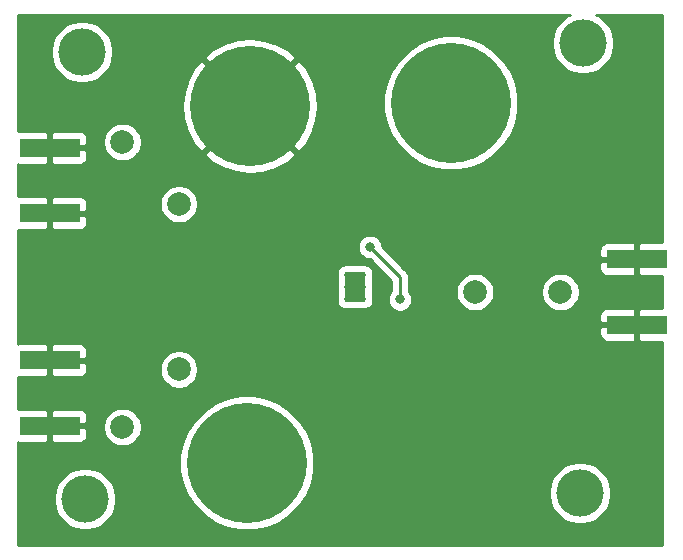
<source format=gbr>
%TF.GenerationSoftware,KiCad,Pcbnew,(5.1.6-0-10_14)*%
%TF.CreationDate,2020-10-22T07:10:05-07:00*%
%TF.ProjectId,tia_dev_board,7469615f-6465-4765-9f62-6f6172642e6b,rev?*%
%TF.SameCoordinates,Original*%
%TF.FileFunction,Copper,L2,Bot*%
%TF.FilePolarity,Positive*%
%FSLAX46Y46*%
G04 Gerber Fmt 4.6, Leading zero omitted, Abs format (unit mm)*
G04 Created by KiCad (PCBNEW (5.1.6-0-10_14)) date 2020-10-22 07:10:05*
%MOMM*%
%LPD*%
G01*
G04 APERTURE LIST*
%TA.AperFunction,SMDPad,CuDef*%
%ADD10R,5.080000X1.600000*%
%TD*%
%TA.AperFunction,Conductor*%
%ADD11R,1.800000X2.500000*%
%TD*%
%TA.AperFunction,ViaPad*%
%ADD12C,0.500000*%
%TD*%
%TA.AperFunction,ComponentPad*%
%ADD13C,10.160000*%
%TD*%
%TA.AperFunction,ComponentPad*%
%ADD14C,2.000000*%
%TD*%
%TA.AperFunction,ComponentPad*%
%ADD15C,4.000000*%
%TD*%
%TA.AperFunction,ViaPad*%
%ADD16C,0.800000*%
%TD*%
%TA.AperFunction,Conductor*%
%ADD17C,0.250000*%
%TD*%
%TA.AperFunction,Conductor*%
%ADD18C,0.254000*%
%TD*%
G04 APERTURE END LIST*
D10*
%TO.P,J3,2*%
%TO.N,GND*%
X192786000Y-88670000D03*
X192786000Y-94210000D03*
%TD*%
%TO.P,J1,2*%
%TO.N,GND*%
X143060000Y-102770000D03*
X143060000Y-97230000D03*
%TD*%
%TO.P,J2,2*%
%TO.N,GND*%
X143060000Y-84770000D03*
X143060000Y-79230000D03*
%TD*%
D11*
%TO.N,N/C*%
%TO.C,U4*%
X168910000Y-91000000D03*
D12*
X169560000Y-92000000D03*
X168260000Y-92000000D03*
X169560000Y-91000000D03*
X168260000Y-91000000D03*
X169560000Y-90000000D03*
X168260000Y-90000000D03*
%TD*%
D13*
%TO.P,U3,1*%
%TO.N,/V-*%
X159766000Y-105918000D03*
%TD*%
%TO.P,U2,1*%
%TO.N,GND*%
X160020000Y-75692000D03*
%TD*%
%TO.P,U1,1*%
%TO.N,/V+*%
X177038000Y-75438000D03*
%TD*%
D14*
%TO.P,TP6,1*%
%TO.N,/VOUT*%
X186309000Y-91440000D03*
%TD*%
%TO.P,TP5,1*%
%TO.N,/VOUTi*%
X179070000Y-91440000D03*
%TD*%
%TO.P,TP4,1*%
%TO.N,/VINNi*%
X154000000Y-84000000D03*
%TD*%
%TO.P,TP3,1*%
%TO.N,/VINPi*%
X154000000Y-98000000D03*
%TD*%
%TO.P,TP2,1*%
%TO.N,/VINN*%
X149225000Y-78740000D03*
%TD*%
%TO.P,TP1,1*%
%TO.N,/VINP*%
X149225000Y-102870000D03*
%TD*%
D15*
%TO.P,H4,1*%
%TO.N,N/C*%
X187960000Y-108458000D03*
%TD*%
%TO.P,H3,1*%
%TO.N,N/C*%
X145796000Y-71120000D03*
%TD*%
%TO.P,H2,1*%
%TO.N,N/C*%
X188214000Y-70358000D03*
%TD*%
%TO.P,H1,1*%
%TO.N,N/C*%
X146050000Y-108966000D03*
%TD*%
D16*
%TO.N,GND*%
X146558000Y-79248000D03*
X146558000Y-84963000D03*
X146558000Y-97155000D03*
X146558000Y-102870000D03*
X189103000Y-88646000D03*
X189230000Y-94234000D03*
X174879000Y-102489000D03*
X179070000Y-102743000D03*
X168783000Y-101600000D03*
X168783000Y-96901000D03*
X168783000Y-94869000D03*
X179324000Y-86614000D03*
X175895000Y-86741000D03*
X173990000Y-86741000D03*
X162687000Y-91059000D03*
%TO.N,/VOUTi*%
X170180000Y-87630000D03*
X172720000Y-92075000D03*
%TD*%
D17*
%TO.N,GND*%
X143078000Y-79248000D02*
X143060000Y-79230000D01*
X146558000Y-79248000D02*
X143078000Y-79248000D01*
X146365000Y-84770000D02*
X146558000Y-84963000D01*
X143060000Y-84770000D02*
X146365000Y-84770000D01*
X143135000Y-97155000D02*
X143060000Y-97230000D01*
X146558000Y-97155000D02*
X143135000Y-97155000D01*
X146458000Y-102770000D02*
X146558000Y-102870000D01*
X143060000Y-102770000D02*
X146458000Y-102770000D01*
X192762000Y-88646000D02*
X192786000Y-88670000D01*
X189103000Y-88646000D02*
X192762000Y-88646000D01*
X189254000Y-94210000D02*
X189230000Y-94234000D01*
X192786000Y-94210000D02*
X189254000Y-94210000D01*
%TO.N,/VOUTi*%
X172720000Y-90170000D02*
X172720000Y-92075000D01*
X170180000Y-87630000D02*
X172720000Y-90170000D01*
%TD*%
D18*
%TO.N,GND*%
G36*
X186965859Y-68022893D02*
G01*
X186534285Y-68311262D01*
X186167262Y-68678285D01*
X185878893Y-69109859D01*
X185680261Y-69589399D01*
X185579000Y-70098475D01*
X185579000Y-70617525D01*
X185680261Y-71126601D01*
X185878893Y-71606141D01*
X186167262Y-72037715D01*
X186534285Y-72404738D01*
X186965859Y-72693107D01*
X187445399Y-72891739D01*
X187954475Y-72993000D01*
X188473525Y-72993000D01*
X188982601Y-72891739D01*
X189462141Y-72693107D01*
X189893715Y-72404738D01*
X190260738Y-72037715D01*
X190549107Y-71606141D01*
X190747739Y-71126601D01*
X190849000Y-70617525D01*
X190849000Y-70098475D01*
X190747739Y-69589399D01*
X190549107Y-69109859D01*
X190260738Y-68678285D01*
X189893715Y-68311262D01*
X189462141Y-68022893D01*
X189334446Y-67970000D01*
X194920000Y-67970000D01*
X194920000Y-87232481D01*
X193071750Y-87235000D01*
X192913000Y-87393750D01*
X192913000Y-88543000D01*
X192933000Y-88543000D01*
X192933000Y-88797000D01*
X192913000Y-88797000D01*
X192913000Y-89946250D01*
X193071750Y-90105000D01*
X194920000Y-90107519D01*
X194920001Y-92772481D01*
X193071750Y-92775000D01*
X192913000Y-92933750D01*
X192913000Y-94083000D01*
X192933000Y-94083000D01*
X192933000Y-94337000D01*
X192913000Y-94337000D01*
X192913000Y-95486250D01*
X193071750Y-95645000D01*
X194920001Y-95647519D01*
X194920001Y-112878000D01*
X140360000Y-112878000D01*
X140360000Y-108706475D01*
X143415000Y-108706475D01*
X143415000Y-109225525D01*
X143516261Y-109734601D01*
X143714893Y-110214141D01*
X144003262Y-110645715D01*
X144370285Y-111012738D01*
X144801859Y-111301107D01*
X145281399Y-111499739D01*
X145790475Y-111601000D01*
X146309525Y-111601000D01*
X146818601Y-111499739D01*
X147298141Y-111301107D01*
X147729715Y-111012738D01*
X148096738Y-110645715D01*
X148385107Y-110214141D01*
X148583739Y-109734601D01*
X148685000Y-109225525D01*
X148685000Y-108706475D01*
X148583739Y-108197399D01*
X148385107Y-107717859D01*
X148096738Y-107286285D01*
X147729715Y-106919262D01*
X147298141Y-106630893D01*
X146818601Y-106432261D01*
X146309525Y-106331000D01*
X145790475Y-106331000D01*
X145281399Y-106432261D01*
X144801859Y-106630893D01*
X144370285Y-106919262D01*
X144003262Y-107286285D01*
X143714893Y-107717859D01*
X143516261Y-108197399D01*
X143415000Y-108706475D01*
X140360000Y-108706475D01*
X140360000Y-105355122D01*
X154051000Y-105355122D01*
X154051000Y-106480878D01*
X154270625Y-107585004D01*
X154701433Y-108625067D01*
X155326870Y-109561100D01*
X156122900Y-110357130D01*
X157058933Y-110982567D01*
X158098996Y-111413375D01*
X159203122Y-111633000D01*
X160328878Y-111633000D01*
X161433004Y-111413375D01*
X162473067Y-110982567D01*
X163409100Y-110357130D01*
X164205130Y-109561100D01*
X164830567Y-108625067D01*
X165007267Y-108198475D01*
X185325000Y-108198475D01*
X185325000Y-108717525D01*
X185426261Y-109226601D01*
X185624893Y-109706141D01*
X185913262Y-110137715D01*
X186280285Y-110504738D01*
X186711859Y-110793107D01*
X187191399Y-110991739D01*
X187700475Y-111093000D01*
X188219525Y-111093000D01*
X188728601Y-110991739D01*
X189208141Y-110793107D01*
X189639715Y-110504738D01*
X190006738Y-110137715D01*
X190295107Y-109706141D01*
X190493739Y-109226601D01*
X190595000Y-108717525D01*
X190595000Y-108198475D01*
X190493739Y-107689399D01*
X190295107Y-107209859D01*
X190006738Y-106778285D01*
X189639715Y-106411262D01*
X189208141Y-106122893D01*
X188728601Y-105924261D01*
X188219525Y-105823000D01*
X187700475Y-105823000D01*
X187191399Y-105924261D01*
X186711859Y-106122893D01*
X186280285Y-106411262D01*
X185913262Y-106778285D01*
X185624893Y-107209859D01*
X185426261Y-107689399D01*
X185325000Y-108198475D01*
X165007267Y-108198475D01*
X165261375Y-107585004D01*
X165481000Y-106480878D01*
X165481000Y-105355122D01*
X165261375Y-104250996D01*
X164830567Y-103210933D01*
X164205130Y-102274900D01*
X163409100Y-101478870D01*
X162473067Y-100853433D01*
X161433004Y-100422625D01*
X160328878Y-100203000D01*
X159203122Y-100203000D01*
X158098996Y-100422625D01*
X157058933Y-100853433D01*
X156122900Y-101478870D01*
X155326870Y-102274900D01*
X154701433Y-103210933D01*
X154270625Y-104250996D01*
X154051000Y-105355122D01*
X140360000Y-105355122D01*
X140360000Y-104185038D01*
X140395518Y-104195812D01*
X140520000Y-104208072D01*
X142774250Y-104205000D01*
X142933000Y-104046250D01*
X142933000Y-102897000D01*
X143187000Y-102897000D01*
X143187000Y-104046250D01*
X143345750Y-104205000D01*
X145600000Y-104208072D01*
X145724482Y-104195812D01*
X145844180Y-104159502D01*
X145954494Y-104100537D01*
X146051185Y-104021185D01*
X146130537Y-103924494D01*
X146189502Y-103814180D01*
X146225812Y-103694482D01*
X146238072Y-103570000D01*
X146235000Y-103055750D01*
X146076250Y-102897000D01*
X143187000Y-102897000D01*
X142933000Y-102897000D01*
X142913000Y-102897000D01*
X142913000Y-102708967D01*
X147590000Y-102708967D01*
X147590000Y-103031033D01*
X147652832Y-103346912D01*
X147776082Y-103644463D01*
X147955013Y-103912252D01*
X148182748Y-104139987D01*
X148450537Y-104318918D01*
X148748088Y-104442168D01*
X149063967Y-104505000D01*
X149386033Y-104505000D01*
X149701912Y-104442168D01*
X149999463Y-104318918D01*
X150267252Y-104139987D01*
X150494987Y-103912252D01*
X150673918Y-103644463D01*
X150797168Y-103346912D01*
X150860000Y-103031033D01*
X150860000Y-102708967D01*
X150797168Y-102393088D01*
X150673918Y-102095537D01*
X150494987Y-101827748D01*
X150267252Y-101600013D01*
X149999463Y-101421082D01*
X149701912Y-101297832D01*
X149386033Y-101235000D01*
X149063967Y-101235000D01*
X148748088Y-101297832D01*
X148450537Y-101421082D01*
X148182748Y-101600013D01*
X147955013Y-101827748D01*
X147776082Y-102095537D01*
X147652832Y-102393088D01*
X147590000Y-102708967D01*
X142913000Y-102708967D01*
X142913000Y-102643000D01*
X142933000Y-102643000D01*
X142933000Y-101493750D01*
X143187000Y-101493750D01*
X143187000Y-102643000D01*
X146076250Y-102643000D01*
X146235000Y-102484250D01*
X146238072Y-101970000D01*
X146225812Y-101845518D01*
X146189502Y-101725820D01*
X146130537Y-101615506D01*
X146051185Y-101518815D01*
X145954494Y-101439463D01*
X145844180Y-101380498D01*
X145724482Y-101344188D01*
X145600000Y-101331928D01*
X143345750Y-101335000D01*
X143187000Y-101493750D01*
X142933000Y-101493750D01*
X142774250Y-101335000D01*
X140520000Y-101331928D01*
X140395518Y-101344188D01*
X140360000Y-101354962D01*
X140360000Y-98645038D01*
X140395518Y-98655812D01*
X140520000Y-98668072D01*
X142774250Y-98665000D01*
X142933000Y-98506250D01*
X142933000Y-97357000D01*
X143187000Y-97357000D01*
X143187000Y-98506250D01*
X143345750Y-98665000D01*
X145600000Y-98668072D01*
X145724482Y-98655812D01*
X145844180Y-98619502D01*
X145954494Y-98560537D01*
X146051185Y-98481185D01*
X146130537Y-98384494D01*
X146189502Y-98274180D01*
X146225812Y-98154482D01*
X146238072Y-98030000D01*
X146236931Y-97838967D01*
X152365000Y-97838967D01*
X152365000Y-98161033D01*
X152427832Y-98476912D01*
X152551082Y-98774463D01*
X152730013Y-99042252D01*
X152957748Y-99269987D01*
X153225537Y-99448918D01*
X153523088Y-99572168D01*
X153838967Y-99635000D01*
X154161033Y-99635000D01*
X154476912Y-99572168D01*
X154774463Y-99448918D01*
X155042252Y-99269987D01*
X155269987Y-99042252D01*
X155448918Y-98774463D01*
X155572168Y-98476912D01*
X155635000Y-98161033D01*
X155635000Y-97838967D01*
X155572168Y-97523088D01*
X155448918Y-97225537D01*
X155269987Y-96957748D01*
X155042252Y-96730013D01*
X154774463Y-96551082D01*
X154476912Y-96427832D01*
X154161033Y-96365000D01*
X153838967Y-96365000D01*
X153523088Y-96427832D01*
X153225537Y-96551082D01*
X152957748Y-96730013D01*
X152730013Y-96957748D01*
X152551082Y-97225537D01*
X152427832Y-97523088D01*
X152365000Y-97838967D01*
X146236931Y-97838967D01*
X146235000Y-97515750D01*
X146076250Y-97357000D01*
X143187000Y-97357000D01*
X142933000Y-97357000D01*
X142913000Y-97357000D01*
X142913000Y-97103000D01*
X142933000Y-97103000D01*
X142933000Y-95953750D01*
X143187000Y-95953750D01*
X143187000Y-97103000D01*
X146076250Y-97103000D01*
X146235000Y-96944250D01*
X146238072Y-96430000D01*
X146225812Y-96305518D01*
X146189502Y-96185820D01*
X146130537Y-96075506D01*
X146051185Y-95978815D01*
X145954494Y-95899463D01*
X145844180Y-95840498D01*
X145724482Y-95804188D01*
X145600000Y-95791928D01*
X143345750Y-95795000D01*
X143187000Y-95953750D01*
X142933000Y-95953750D01*
X142774250Y-95795000D01*
X140520000Y-95791928D01*
X140395518Y-95804188D01*
X140360000Y-95814962D01*
X140360000Y-95010000D01*
X189607928Y-95010000D01*
X189620188Y-95134482D01*
X189656498Y-95254180D01*
X189715463Y-95364494D01*
X189794815Y-95461185D01*
X189891506Y-95540537D01*
X190001820Y-95599502D01*
X190121518Y-95635812D01*
X190246000Y-95648072D01*
X192500250Y-95645000D01*
X192659000Y-95486250D01*
X192659000Y-94337000D01*
X189769750Y-94337000D01*
X189611000Y-94495750D01*
X189607928Y-95010000D01*
X140360000Y-95010000D01*
X140360000Y-93410000D01*
X189607928Y-93410000D01*
X189611000Y-93924250D01*
X189769750Y-94083000D01*
X192659000Y-94083000D01*
X192659000Y-92933750D01*
X192500250Y-92775000D01*
X190246000Y-92771928D01*
X190121518Y-92784188D01*
X190001820Y-92820498D01*
X189891506Y-92879463D01*
X189794815Y-92958815D01*
X189715463Y-93055506D01*
X189656498Y-93165820D01*
X189620188Y-93285518D01*
X189607928Y-93410000D01*
X140360000Y-93410000D01*
X140360000Y-89750000D01*
X167371928Y-89750000D01*
X167371928Y-92250000D01*
X167384188Y-92374482D01*
X167420498Y-92494180D01*
X167479463Y-92604494D01*
X167558815Y-92701185D01*
X167655506Y-92780537D01*
X167765820Y-92839502D01*
X167885518Y-92875812D01*
X168010000Y-92888072D01*
X169810000Y-92888072D01*
X169934482Y-92875812D01*
X170054180Y-92839502D01*
X170164494Y-92780537D01*
X170261185Y-92701185D01*
X170340537Y-92604494D01*
X170399502Y-92494180D01*
X170435812Y-92374482D01*
X170448072Y-92250000D01*
X170448072Y-89750000D01*
X170435812Y-89625518D01*
X170399502Y-89505820D01*
X170340537Y-89395506D01*
X170261185Y-89298815D01*
X170164494Y-89219463D01*
X170054180Y-89160498D01*
X169934482Y-89124188D01*
X169810000Y-89111928D01*
X168010000Y-89111928D01*
X167885518Y-89124188D01*
X167765820Y-89160498D01*
X167655506Y-89219463D01*
X167558815Y-89298815D01*
X167479463Y-89395506D01*
X167420498Y-89505820D01*
X167384188Y-89625518D01*
X167371928Y-89750000D01*
X140360000Y-89750000D01*
X140360000Y-87528061D01*
X169145000Y-87528061D01*
X169145000Y-87731939D01*
X169184774Y-87931898D01*
X169262795Y-88120256D01*
X169376063Y-88289774D01*
X169520226Y-88433937D01*
X169689744Y-88547205D01*
X169878102Y-88625226D01*
X170078061Y-88665000D01*
X170140199Y-88665000D01*
X171960000Y-90484803D01*
X171960001Y-91371288D01*
X171916063Y-91415226D01*
X171802795Y-91584744D01*
X171724774Y-91773102D01*
X171685000Y-91973061D01*
X171685000Y-92176939D01*
X171724774Y-92376898D01*
X171802795Y-92565256D01*
X171916063Y-92734774D01*
X172060226Y-92878937D01*
X172229744Y-92992205D01*
X172418102Y-93070226D01*
X172618061Y-93110000D01*
X172821939Y-93110000D01*
X173021898Y-93070226D01*
X173210256Y-92992205D01*
X173379774Y-92878937D01*
X173523937Y-92734774D01*
X173637205Y-92565256D01*
X173715226Y-92376898D01*
X173755000Y-92176939D01*
X173755000Y-91973061D01*
X173715226Y-91773102D01*
X173637205Y-91584744D01*
X173523937Y-91415226D01*
X173480000Y-91371289D01*
X173480000Y-91278967D01*
X177435000Y-91278967D01*
X177435000Y-91601033D01*
X177497832Y-91916912D01*
X177621082Y-92214463D01*
X177800013Y-92482252D01*
X178027748Y-92709987D01*
X178295537Y-92888918D01*
X178593088Y-93012168D01*
X178908967Y-93075000D01*
X179231033Y-93075000D01*
X179546912Y-93012168D01*
X179844463Y-92888918D01*
X180112252Y-92709987D01*
X180339987Y-92482252D01*
X180518918Y-92214463D01*
X180642168Y-91916912D01*
X180705000Y-91601033D01*
X180705000Y-91278967D01*
X184674000Y-91278967D01*
X184674000Y-91601033D01*
X184736832Y-91916912D01*
X184860082Y-92214463D01*
X185039013Y-92482252D01*
X185266748Y-92709987D01*
X185534537Y-92888918D01*
X185832088Y-93012168D01*
X186147967Y-93075000D01*
X186470033Y-93075000D01*
X186785912Y-93012168D01*
X187083463Y-92888918D01*
X187351252Y-92709987D01*
X187578987Y-92482252D01*
X187757918Y-92214463D01*
X187881168Y-91916912D01*
X187944000Y-91601033D01*
X187944000Y-91278967D01*
X187881168Y-90963088D01*
X187757918Y-90665537D01*
X187578987Y-90397748D01*
X187351252Y-90170013D01*
X187083463Y-89991082D01*
X186785912Y-89867832D01*
X186470033Y-89805000D01*
X186147967Y-89805000D01*
X185832088Y-89867832D01*
X185534537Y-89991082D01*
X185266748Y-90170013D01*
X185039013Y-90397748D01*
X184860082Y-90665537D01*
X184736832Y-90963088D01*
X184674000Y-91278967D01*
X180705000Y-91278967D01*
X180642168Y-90963088D01*
X180518918Y-90665537D01*
X180339987Y-90397748D01*
X180112252Y-90170013D01*
X179844463Y-89991082D01*
X179546912Y-89867832D01*
X179231033Y-89805000D01*
X178908967Y-89805000D01*
X178593088Y-89867832D01*
X178295537Y-89991082D01*
X178027748Y-90170013D01*
X177800013Y-90397748D01*
X177621082Y-90665537D01*
X177497832Y-90963088D01*
X177435000Y-91278967D01*
X173480000Y-91278967D01*
X173480000Y-90207322D01*
X173483676Y-90169999D01*
X173480000Y-90132676D01*
X173480000Y-90132667D01*
X173469003Y-90021014D01*
X173425546Y-89877753D01*
X173354974Y-89745724D01*
X173329087Y-89714180D01*
X173283799Y-89658996D01*
X173283795Y-89658992D01*
X173260001Y-89629999D01*
X173231009Y-89606206D01*
X173094803Y-89470000D01*
X189607928Y-89470000D01*
X189620188Y-89594482D01*
X189656498Y-89714180D01*
X189715463Y-89824494D01*
X189794815Y-89921185D01*
X189891506Y-90000537D01*
X190001820Y-90059502D01*
X190121518Y-90095812D01*
X190246000Y-90108072D01*
X192500250Y-90105000D01*
X192659000Y-89946250D01*
X192659000Y-88797000D01*
X189769750Y-88797000D01*
X189611000Y-88955750D01*
X189607928Y-89470000D01*
X173094803Y-89470000D01*
X171494802Y-87870000D01*
X189607928Y-87870000D01*
X189611000Y-88384250D01*
X189769750Y-88543000D01*
X192659000Y-88543000D01*
X192659000Y-87393750D01*
X192500250Y-87235000D01*
X190246000Y-87231928D01*
X190121518Y-87244188D01*
X190001820Y-87280498D01*
X189891506Y-87339463D01*
X189794815Y-87418815D01*
X189715463Y-87515506D01*
X189656498Y-87625820D01*
X189620188Y-87745518D01*
X189607928Y-87870000D01*
X171494802Y-87870000D01*
X171215000Y-87590199D01*
X171215000Y-87528061D01*
X171175226Y-87328102D01*
X171097205Y-87139744D01*
X170983937Y-86970226D01*
X170839774Y-86826063D01*
X170670256Y-86712795D01*
X170481898Y-86634774D01*
X170281939Y-86595000D01*
X170078061Y-86595000D01*
X169878102Y-86634774D01*
X169689744Y-86712795D01*
X169520226Y-86826063D01*
X169376063Y-86970226D01*
X169262795Y-87139744D01*
X169184774Y-87328102D01*
X169145000Y-87528061D01*
X140360000Y-87528061D01*
X140360000Y-86185038D01*
X140395518Y-86195812D01*
X140520000Y-86208072D01*
X142774250Y-86205000D01*
X142933000Y-86046250D01*
X142933000Y-84897000D01*
X143187000Y-84897000D01*
X143187000Y-86046250D01*
X143345750Y-86205000D01*
X145600000Y-86208072D01*
X145724482Y-86195812D01*
X145844180Y-86159502D01*
X145954494Y-86100537D01*
X146051185Y-86021185D01*
X146130537Y-85924494D01*
X146189502Y-85814180D01*
X146225812Y-85694482D01*
X146238072Y-85570000D01*
X146235000Y-85055750D01*
X146076250Y-84897000D01*
X143187000Y-84897000D01*
X142933000Y-84897000D01*
X142913000Y-84897000D01*
X142913000Y-84643000D01*
X142933000Y-84643000D01*
X142933000Y-83493750D01*
X143187000Y-83493750D01*
X143187000Y-84643000D01*
X146076250Y-84643000D01*
X146235000Y-84484250D01*
X146238072Y-83970000D01*
X146225812Y-83845518D01*
X146223825Y-83838967D01*
X152365000Y-83838967D01*
X152365000Y-84161033D01*
X152427832Y-84476912D01*
X152551082Y-84774463D01*
X152730013Y-85042252D01*
X152957748Y-85269987D01*
X153225537Y-85448918D01*
X153523088Y-85572168D01*
X153838967Y-85635000D01*
X154161033Y-85635000D01*
X154476912Y-85572168D01*
X154774463Y-85448918D01*
X155042252Y-85269987D01*
X155269987Y-85042252D01*
X155448918Y-84774463D01*
X155572168Y-84476912D01*
X155635000Y-84161033D01*
X155635000Y-83838967D01*
X155572168Y-83523088D01*
X155448918Y-83225537D01*
X155269987Y-82957748D01*
X155042252Y-82730013D01*
X154774463Y-82551082D01*
X154476912Y-82427832D01*
X154161033Y-82365000D01*
X153838967Y-82365000D01*
X153523088Y-82427832D01*
X153225537Y-82551082D01*
X152957748Y-82730013D01*
X152730013Y-82957748D01*
X152551082Y-83225537D01*
X152427832Y-83523088D01*
X152365000Y-83838967D01*
X146223825Y-83838967D01*
X146189502Y-83725820D01*
X146130537Y-83615506D01*
X146051185Y-83518815D01*
X145954494Y-83439463D01*
X145844180Y-83380498D01*
X145724482Y-83344188D01*
X145600000Y-83331928D01*
X143345750Y-83335000D01*
X143187000Y-83493750D01*
X142933000Y-83493750D01*
X142774250Y-83335000D01*
X140520000Y-83331928D01*
X140395518Y-83344188D01*
X140360000Y-83354962D01*
X140360000Y-80645038D01*
X140395518Y-80655812D01*
X140520000Y-80668072D01*
X142774250Y-80665000D01*
X142933000Y-80506250D01*
X142933000Y-79357000D01*
X143187000Y-79357000D01*
X143187000Y-80506250D01*
X143345750Y-80665000D01*
X145600000Y-80668072D01*
X145724482Y-80655812D01*
X145844180Y-80619502D01*
X145954494Y-80560537D01*
X146051185Y-80481185D01*
X146130537Y-80384494D01*
X146189502Y-80274180D01*
X146225812Y-80154482D01*
X146238072Y-80030000D01*
X146235000Y-79515750D01*
X146076250Y-79357000D01*
X143187000Y-79357000D01*
X142933000Y-79357000D01*
X142913000Y-79357000D01*
X142913000Y-79103000D01*
X142933000Y-79103000D01*
X142933000Y-77953750D01*
X143187000Y-77953750D01*
X143187000Y-79103000D01*
X146076250Y-79103000D01*
X146235000Y-78944250D01*
X146237182Y-78578967D01*
X147590000Y-78578967D01*
X147590000Y-78901033D01*
X147652832Y-79216912D01*
X147776082Y-79514463D01*
X147955013Y-79782252D01*
X148182748Y-80009987D01*
X148450537Y-80188918D01*
X148748088Y-80312168D01*
X149063967Y-80375000D01*
X149386033Y-80375000D01*
X149701912Y-80312168D01*
X149999463Y-80188918D01*
X150267252Y-80009987D01*
X150494987Y-79782252D01*
X150530437Y-79729196D01*
X156162409Y-79729196D01*
X156748124Y-80411416D01*
X157731704Y-80959045D01*
X158803223Y-81304265D01*
X159921501Y-81433808D01*
X161043565Y-81342697D01*
X162126294Y-81034433D01*
X163128079Y-80520863D01*
X163291876Y-80411416D01*
X163877591Y-79729196D01*
X160020000Y-75871605D01*
X156162409Y-79729196D01*
X150530437Y-79729196D01*
X150673918Y-79514463D01*
X150797168Y-79216912D01*
X150860000Y-78901033D01*
X150860000Y-78578967D01*
X150797168Y-78263088D01*
X150673918Y-77965537D01*
X150494987Y-77697748D01*
X150267252Y-77470013D01*
X149999463Y-77291082D01*
X149701912Y-77167832D01*
X149386033Y-77105000D01*
X149063967Y-77105000D01*
X148748088Y-77167832D01*
X148450537Y-77291082D01*
X148182748Y-77470013D01*
X147955013Y-77697748D01*
X147776082Y-77965537D01*
X147652832Y-78263088D01*
X147590000Y-78578967D01*
X146237182Y-78578967D01*
X146238072Y-78430000D01*
X146225812Y-78305518D01*
X146189502Y-78185820D01*
X146130537Y-78075506D01*
X146051185Y-77978815D01*
X145954494Y-77899463D01*
X145844180Y-77840498D01*
X145724482Y-77804188D01*
X145600000Y-77791928D01*
X143345750Y-77795000D01*
X143187000Y-77953750D01*
X142933000Y-77953750D01*
X142774250Y-77795000D01*
X140520000Y-77791928D01*
X140395518Y-77804188D01*
X140360000Y-77814962D01*
X140360000Y-75593501D01*
X154278192Y-75593501D01*
X154369303Y-76715565D01*
X154677567Y-77798294D01*
X155191137Y-78800079D01*
X155300584Y-78963876D01*
X155982804Y-79549591D01*
X159840395Y-75692000D01*
X160199605Y-75692000D01*
X164057196Y-79549591D01*
X164739416Y-78963876D01*
X165287045Y-77980296D01*
X165632265Y-76908777D01*
X165761808Y-75790499D01*
X165687480Y-74875122D01*
X171323000Y-74875122D01*
X171323000Y-76000878D01*
X171542625Y-77105004D01*
X171973433Y-78145067D01*
X172598870Y-79081100D01*
X173394900Y-79877130D01*
X174330933Y-80502567D01*
X175370996Y-80933375D01*
X176475122Y-81153000D01*
X177600878Y-81153000D01*
X178705004Y-80933375D01*
X179745067Y-80502567D01*
X180681100Y-79877130D01*
X181477130Y-79081100D01*
X182102567Y-78145067D01*
X182533375Y-77105004D01*
X182753000Y-76000878D01*
X182753000Y-74875122D01*
X182533375Y-73770996D01*
X182102567Y-72730933D01*
X181477130Y-71794900D01*
X180681100Y-70998870D01*
X179745067Y-70373433D01*
X178705004Y-69942625D01*
X177600878Y-69723000D01*
X176475122Y-69723000D01*
X175370996Y-69942625D01*
X174330933Y-70373433D01*
X173394900Y-70998870D01*
X172598870Y-71794900D01*
X171973433Y-72730933D01*
X171542625Y-73770996D01*
X171323000Y-74875122D01*
X165687480Y-74875122D01*
X165670697Y-74668435D01*
X165362433Y-73585706D01*
X164848863Y-72583921D01*
X164739416Y-72420124D01*
X164057196Y-71834409D01*
X160199605Y-75692000D01*
X159840395Y-75692000D01*
X155982804Y-71834409D01*
X155300584Y-72420124D01*
X154752955Y-73403704D01*
X154407735Y-74475223D01*
X154278192Y-75593501D01*
X140360000Y-75593501D01*
X140360000Y-70860475D01*
X143161000Y-70860475D01*
X143161000Y-71379525D01*
X143262261Y-71888601D01*
X143460893Y-72368141D01*
X143749262Y-72799715D01*
X144116285Y-73166738D01*
X144547859Y-73455107D01*
X145027399Y-73653739D01*
X145536475Y-73755000D01*
X146055525Y-73755000D01*
X146564601Y-73653739D01*
X147044141Y-73455107D01*
X147475715Y-73166738D01*
X147842738Y-72799715D01*
X148131107Y-72368141D01*
X148329739Y-71888601D01*
X148376243Y-71654804D01*
X156162409Y-71654804D01*
X160020000Y-75512395D01*
X163877591Y-71654804D01*
X163291876Y-70972584D01*
X162308296Y-70424955D01*
X161236777Y-70079735D01*
X160118499Y-69950192D01*
X158996435Y-70041303D01*
X157913706Y-70349567D01*
X156911921Y-70863137D01*
X156748124Y-70972584D01*
X156162409Y-71654804D01*
X148376243Y-71654804D01*
X148431000Y-71379525D01*
X148431000Y-70860475D01*
X148329739Y-70351399D01*
X148131107Y-69871859D01*
X147842738Y-69440285D01*
X147475715Y-69073262D01*
X147044141Y-68784893D01*
X146564601Y-68586261D01*
X146055525Y-68485000D01*
X145536475Y-68485000D01*
X145027399Y-68586261D01*
X144547859Y-68784893D01*
X144116285Y-69073262D01*
X143749262Y-69440285D01*
X143460893Y-69871859D01*
X143262261Y-70351399D01*
X143161000Y-70860475D01*
X140360000Y-70860475D01*
X140360000Y-67970000D01*
X187093554Y-67970000D01*
X186965859Y-68022893D01*
G37*
X186965859Y-68022893D02*
X186534285Y-68311262D01*
X186167262Y-68678285D01*
X185878893Y-69109859D01*
X185680261Y-69589399D01*
X185579000Y-70098475D01*
X185579000Y-70617525D01*
X185680261Y-71126601D01*
X185878893Y-71606141D01*
X186167262Y-72037715D01*
X186534285Y-72404738D01*
X186965859Y-72693107D01*
X187445399Y-72891739D01*
X187954475Y-72993000D01*
X188473525Y-72993000D01*
X188982601Y-72891739D01*
X189462141Y-72693107D01*
X189893715Y-72404738D01*
X190260738Y-72037715D01*
X190549107Y-71606141D01*
X190747739Y-71126601D01*
X190849000Y-70617525D01*
X190849000Y-70098475D01*
X190747739Y-69589399D01*
X190549107Y-69109859D01*
X190260738Y-68678285D01*
X189893715Y-68311262D01*
X189462141Y-68022893D01*
X189334446Y-67970000D01*
X194920000Y-67970000D01*
X194920000Y-87232481D01*
X193071750Y-87235000D01*
X192913000Y-87393750D01*
X192913000Y-88543000D01*
X192933000Y-88543000D01*
X192933000Y-88797000D01*
X192913000Y-88797000D01*
X192913000Y-89946250D01*
X193071750Y-90105000D01*
X194920000Y-90107519D01*
X194920001Y-92772481D01*
X193071750Y-92775000D01*
X192913000Y-92933750D01*
X192913000Y-94083000D01*
X192933000Y-94083000D01*
X192933000Y-94337000D01*
X192913000Y-94337000D01*
X192913000Y-95486250D01*
X193071750Y-95645000D01*
X194920001Y-95647519D01*
X194920001Y-112878000D01*
X140360000Y-112878000D01*
X140360000Y-108706475D01*
X143415000Y-108706475D01*
X143415000Y-109225525D01*
X143516261Y-109734601D01*
X143714893Y-110214141D01*
X144003262Y-110645715D01*
X144370285Y-111012738D01*
X144801859Y-111301107D01*
X145281399Y-111499739D01*
X145790475Y-111601000D01*
X146309525Y-111601000D01*
X146818601Y-111499739D01*
X147298141Y-111301107D01*
X147729715Y-111012738D01*
X148096738Y-110645715D01*
X148385107Y-110214141D01*
X148583739Y-109734601D01*
X148685000Y-109225525D01*
X148685000Y-108706475D01*
X148583739Y-108197399D01*
X148385107Y-107717859D01*
X148096738Y-107286285D01*
X147729715Y-106919262D01*
X147298141Y-106630893D01*
X146818601Y-106432261D01*
X146309525Y-106331000D01*
X145790475Y-106331000D01*
X145281399Y-106432261D01*
X144801859Y-106630893D01*
X144370285Y-106919262D01*
X144003262Y-107286285D01*
X143714893Y-107717859D01*
X143516261Y-108197399D01*
X143415000Y-108706475D01*
X140360000Y-108706475D01*
X140360000Y-105355122D01*
X154051000Y-105355122D01*
X154051000Y-106480878D01*
X154270625Y-107585004D01*
X154701433Y-108625067D01*
X155326870Y-109561100D01*
X156122900Y-110357130D01*
X157058933Y-110982567D01*
X158098996Y-111413375D01*
X159203122Y-111633000D01*
X160328878Y-111633000D01*
X161433004Y-111413375D01*
X162473067Y-110982567D01*
X163409100Y-110357130D01*
X164205130Y-109561100D01*
X164830567Y-108625067D01*
X165007267Y-108198475D01*
X185325000Y-108198475D01*
X185325000Y-108717525D01*
X185426261Y-109226601D01*
X185624893Y-109706141D01*
X185913262Y-110137715D01*
X186280285Y-110504738D01*
X186711859Y-110793107D01*
X187191399Y-110991739D01*
X187700475Y-111093000D01*
X188219525Y-111093000D01*
X188728601Y-110991739D01*
X189208141Y-110793107D01*
X189639715Y-110504738D01*
X190006738Y-110137715D01*
X190295107Y-109706141D01*
X190493739Y-109226601D01*
X190595000Y-108717525D01*
X190595000Y-108198475D01*
X190493739Y-107689399D01*
X190295107Y-107209859D01*
X190006738Y-106778285D01*
X189639715Y-106411262D01*
X189208141Y-106122893D01*
X188728601Y-105924261D01*
X188219525Y-105823000D01*
X187700475Y-105823000D01*
X187191399Y-105924261D01*
X186711859Y-106122893D01*
X186280285Y-106411262D01*
X185913262Y-106778285D01*
X185624893Y-107209859D01*
X185426261Y-107689399D01*
X185325000Y-108198475D01*
X165007267Y-108198475D01*
X165261375Y-107585004D01*
X165481000Y-106480878D01*
X165481000Y-105355122D01*
X165261375Y-104250996D01*
X164830567Y-103210933D01*
X164205130Y-102274900D01*
X163409100Y-101478870D01*
X162473067Y-100853433D01*
X161433004Y-100422625D01*
X160328878Y-100203000D01*
X159203122Y-100203000D01*
X158098996Y-100422625D01*
X157058933Y-100853433D01*
X156122900Y-101478870D01*
X155326870Y-102274900D01*
X154701433Y-103210933D01*
X154270625Y-104250996D01*
X154051000Y-105355122D01*
X140360000Y-105355122D01*
X140360000Y-104185038D01*
X140395518Y-104195812D01*
X140520000Y-104208072D01*
X142774250Y-104205000D01*
X142933000Y-104046250D01*
X142933000Y-102897000D01*
X143187000Y-102897000D01*
X143187000Y-104046250D01*
X143345750Y-104205000D01*
X145600000Y-104208072D01*
X145724482Y-104195812D01*
X145844180Y-104159502D01*
X145954494Y-104100537D01*
X146051185Y-104021185D01*
X146130537Y-103924494D01*
X146189502Y-103814180D01*
X146225812Y-103694482D01*
X146238072Y-103570000D01*
X146235000Y-103055750D01*
X146076250Y-102897000D01*
X143187000Y-102897000D01*
X142933000Y-102897000D01*
X142913000Y-102897000D01*
X142913000Y-102708967D01*
X147590000Y-102708967D01*
X147590000Y-103031033D01*
X147652832Y-103346912D01*
X147776082Y-103644463D01*
X147955013Y-103912252D01*
X148182748Y-104139987D01*
X148450537Y-104318918D01*
X148748088Y-104442168D01*
X149063967Y-104505000D01*
X149386033Y-104505000D01*
X149701912Y-104442168D01*
X149999463Y-104318918D01*
X150267252Y-104139987D01*
X150494987Y-103912252D01*
X150673918Y-103644463D01*
X150797168Y-103346912D01*
X150860000Y-103031033D01*
X150860000Y-102708967D01*
X150797168Y-102393088D01*
X150673918Y-102095537D01*
X150494987Y-101827748D01*
X150267252Y-101600013D01*
X149999463Y-101421082D01*
X149701912Y-101297832D01*
X149386033Y-101235000D01*
X149063967Y-101235000D01*
X148748088Y-101297832D01*
X148450537Y-101421082D01*
X148182748Y-101600013D01*
X147955013Y-101827748D01*
X147776082Y-102095537D01*
X147652832Y-102393088D01*
X147590000Y-102708967D01*
X142913000Y-102708967D01*
X142913000Y-102643000D01*
X142933000Y-102643000D01*
X142933000Y-101493750D01*
X143187000Y-101493750D01*
X143187000Y-102643000D01*
X146076250Y-102643000D01*
X146235000Y-102484250D01*
X146238072Y-101970000D01*
X146225812Y-101845518D01*
X146189502Y-101725820D01*
X146130537Y-101615506D01*
X146051185Y-101518815D01*
X145954494Y-101439463D01*
X145844180Y-101380498D01*
X145724482Y-101344188D01*
X145600000Y-101331928D01*
X143345750Y-101335000D01*
X143187000Y-101493750D01*
X142933000Y-101493750D01*
X142774250Y-101335000D01*
X140520000Y-101331928D01*
X140395518Y-101344188D01*
X140360000Y-101354962D01*
X140360000Y-98645038D01*
X140395518Y-98655812D01*
X140520000Y-98668072D01*
X142774250Y-98665000D01*
X142933000Y-98506250D01*
X142933000Y-97357000D01*
X143187000Y-97357000D01*
X143187000Y-98506250D01*
X143345750Y-98665000D01*
X145600000Y-98668072D01*
X145724482Y-98655812D01*
X145844180Y-98619502D01*
X145954494Y-98560537D01*
X146051185Y-98481185D01*
X146130537Y-98384494D01*
X146189502Y-98274180D01*
X146225812Y-98154482D01*
X146238072Y-98030000D01*
X146236931Y-97838967D01*
X152365000Y-97838967D01*
X152365000Y-98161033D01*
X152427832Y-98476912D01*
X152551082Y-98774463D01*
X152730013Y-99042252D01*
X152957748Y-99269987D01*
X153225537Y-99448918D01*
X153523088Y-99572168D01*
X153838967Y-99635000D01*
X154161033Y-99635000D01*
X154476912Y-99572168D01*
X154774463Y-99448918D01*
X155042252Y-99269987D01*
X155269987Y-99042252D01*
X155448918Y-98774463D01*
X155572168Y-98476912D01*
X155635000Y-98161033D01*
X155635000Y-97838967D01*
X155572168Y-97523088D01*
X155448918Y-97225537D01*
X155269987Y-96957748D01*
X155042252Y-96730013D01*
X154774463Y-96551082D01*
X154476912Y-96427832D01*
X154161033Y-96365000D01*
X153838967Y-96365000D01*
X153523088Y-96427832D01*
X153225537Y-96551082D01*
X152957748Y-96730013D01*
X152730013Y-96957748D01*
X152551082Y-97225537D01*
X152427832Y-97523088D01*
X152365000Y-97838967D01*
X146236931Y-97838967D01*
X146235000Y-97515750D01*
X146076250Y-97357000D01*
X143187000Y-97357000D01*
X142933000Y-97357000D01*
X142913000Y-97357000D01*
X142913000Y-97103000D01*
X142933000Y-97103000D01*
X142933000Y-95953750D01*
X143187000Y-95953750D01*
X143187000Y-97103000D01*
X146076250Y-97103000D01*
X146235000Y-96944250D01*
X146238072Y-96430000D01*
X146225812Y-96305518D01*
X146189502Y-96185820D01*
X146130537Y-96075506D01*
X146051185Y-95978815D01*
X145954494Y-95899463D01*
X145844180Y-95840498D01*
X145724482Y-95804188D01*
X145600000Y-95791928D01*
X143345750Y-95795000D01*
X143187000Y-95953750D01*
X142933000Y-95953750D01*
X142774250Y-95795000D01*
X140520000Y-95791928D01*
X140395518Y-95804188D01*
X140360000Y-95814962D01*
X140360000Y-95010000D01*
X189607928Y-95010000D01*
X189620188Y-95134482D01*
X189656498Y-95254180D01*
X189715463Y-95364494D01*
X189794815Y-95461185D01*
X189891506Y-95540537D01*
X190001820Y-95599502D01*
X190121518Y-95635812D01*
X190246000Y-95648072D01*
X192500250Y-95645000D01*
X192659000Y-95486250D01*
X192659000Y-94337000D01*
X189769750Y-94337000D01*
X189611000Y-94495750D01*
X189607928Y-95010000D01*
X140360000Y-95010000D01*
X140360000Y-93410000D01*
X189607928Y-93410000D01*
X189611000Y-93924250D01*
X189769750Y-94083000D01*
X192659000Y-94083000D01*
X192659000Y-92933750D01*
X192500250Y-92775000D01*
X190246000Y-92771928D01*
X190121518Y-92784188D01*
X190001820Y-92820498D01*
X189891506Y-92879463D01*
X189794815Y-92958815D01*
X189715463Y-93055506D01*
X189656498Y-93165820D01*
X189620188Y-93285518D01*
X189607928Y-93410000D01*
X140360000Y-93410000D01*
X140360000Y-89750000D01*
X167371928Y-89750000D01*
X167371928Y-92250000D01*
X167384188Y-92374482D01*
X167420498Y-92494180D01*
X167479463Y-92604494D01*
X167558815Y-92701185D01*
X167655506Y-92780537D01*
X167765820Y-92839502D01*
X167885518Y-92875812D01*
X168010000Y-92888072D01*
X169810000Y-92888072D01*
X169934482Y-92875812D01*
X170054180Y-92839502D01*
X170164494Y-92780537D01*
X170261185Y-92701185D01*
X170340537Y-92604494D01*
X170399502Y-92494180D01*
X170435812Y-92374482D01*
X170448072Y-92250000D01*
X170448072Y-89750000D01*
X170435812Y-89625518D01*
X170399502Y-89505820D01*
X170340537Y-89395506D01*
X170261185Y-89298815D01*
X170164494Y-89219463D01*
X170054180Y-89160498D01*
X169934482Y-89124188D01*
X169810000Y-89111928D01*
X168010000Y-89111928D01*
X167885518Y-89124188D01*
X167765820Y-89160498D01*
X167655506Y-89219463D01*
X167558815Y-89298815D01*
X167479463Y-89395506D01*
X167420498Y-89505820D01*
X167384188Y-89625518D01*
X167371928Y-89750000D01*
X140360000Y-89750000D01*
X140360000Y-87528061D01*
X169145000Y-87528061D01*
X169145000Y-87731939D01*
X169184774Y-87931898D01*
X169262795Y-88120256D01*
X169376063Y-88289774D01*
X169520226Y-88433937D01*
X169689744Y-88547205D01*
X169878102Y-88625226D01*
X170078061Y-88665000D01*
X170140199Y-88665000D01*
X171960000Y-90484803D01*
X171960001Y-91371288D01*
X171916063Y-91415226D01*
X171802795Y-91584744D01*
X171724774Y-91773102D01*
X171685000Y-91973061D01*
X171685000Y-92176939D01*
X171724774Y-92376898D01*
X171802795Y-92565256D01*
X171916063Y-92734774D01*
X172060226Y-92878937D01*
X172229744Y-92992205D01*
X172418102Y-93070226D01*
X172618061Y-93110000D01*
X172821939Y-93110000D01*
X173021898Y-93070226D01*
X173210256Y-92992205D01*
X173379774Y-92878937D01*
X173523937Y-92734774D01*
X173637205Y-92565256D01*
X173715226Y-92376898D01*
X173755000Y-92176939D01*
X173755000Y-91973061D01*
X173715226Y-91773102D01*
X173637205Y-91584744D01*
X173523937Y-91415226D01*
X173480000Y-91371289D01*
X173480000Y-91278967D01*
X177435000Y-91278967D01*
X177435000Y-91601033D01*
X177497832Y-91916912D01*
X177621082Y-92214463D01*
X177800013Y-92482252D01*
X178027748Y-92709987D01*
X178295537Y-92888918D01*
X178593088Y-93012168D01*
X178908967Y-93075000D01*
X179231033Y-93075000D01*
X179546912Y-93012168D01*
X179844463Y-92888918D01*
X180112252Y-92709987D01*
X180339987Y-92482252D01*
X180518918Y-92214463D01*
X180642168Y-91916912D01*
X180705000Y-91601033D01*
X180705000Y-91278967D01*
X184674000Y-91278967D01*
X184674000Y-91601033D01*
X184736832Y-91916912D01*
X184860082Y-92214463D01*
X185039013Y-92482252D01*
X185266748Y-92709987D01*
X185534537Y-92888918D01*
X185832088Y-93012168D01*
X186147967Y-93075000D01*
X186470033Y-93075000D01*
X186785912Y-93012168D01*
X187083463Y-92888918D01*
X187351252Y-92709987D01*
X187578987Y-92482252D01*
X187757918Y-92214463D01*
X187881168Y-91916912D01*
X187944000Y-91601033D01*
X187944000Y-91278967D01*
X187881168Y-90963088D01*
X187757918Y-90665537D01*
X187578987Y-90397748D01*
X187351252Y-90170013D01*
X187083463Y-89991082D01*
X186785912Y-89867832D01*
X186470033Y-89805000D01*
X186147967Y-89805000D01*
X185832088Y-89867832D01*
X185534537Y-89991082D01*
X185266748Y-90170013D01*
X185039013Y-90397748D01*
X184860082Y-90665537D01*
X184736832Y-90963088D01*
X184674000Y-91278967D01*
X180705000Y-91278967D01*
X180642168Y-90963088D01*
X180518918Y-90665537D01*
X180339987Y-90397748D01*
X180112252Y-90170013D01*
X179844463Y-89991082D01*
X179546912Y-89867832D01*
X179231033Y-89805000D01*
X178908967Y-89805000D01*
X178593088Y-89867832D01*
X178295537Y-89991082D01*
X178027748Y-90170013D01*
X177800013Y-90397748D01*
X177621082Y-90665537D01*
X177497832Y-90963088D01*
X177435000Y-91278967D01*
X173480000Y-91278967D01*
X173480000Y-90207322D01*
X173483676Y-90169999D01*
X173480000Y-90132676D01*
X173480000Y-90132667D01*
X173469003Y-90021014D01*
X173425546Y-89877753D01*
X173354974Y-89745724D01*
X173329087Y-89714180D01*
X173283799Y-89658996D01*
X173283795Y-89658992D01*
X173260001Y-89629999D01*
X173231009Y-89606206D01*
X173094803Y-89470000D01*
X189607928Y-89470000D01*
X189620188Y-89594482D01*
X189656498Y-89714180D01*
X189715463Y-89824494D01*
X189794815Y-89921185D01*
X189891506Y-90000537D01*
X190001820Y-90059502D01*
X190121518Y-90095812D01*
X190246000Y-90108072D01*
X192500250Y-90105000D01*
X192659000Y-89946250D01*
X192659000Y-88797000D01*
X189769750Y-88797000D01*
X189611000Y-88955750D01*
X189607928Y-89470000D01*
X173094803Y-89470000D01*
X171494802Y-87870000D01*
X189607928Y-87870000D01*
X189611000Y-88384250D01*
X189769750Y-88543000D01*
X192659000Y-88543000D01*
X192659000Y-87393750D01*
X192500250Y-87235000D01*
X190246000Y-87231928D01*
X190121518Y-87244188D01*
X190001820Y-87280498D01*
X189891506Y-87339463D01*
X189794815Y-87418815D01*
X189715463Y-87515506D01*
X189656498Y-87625820D01*
X189620188Y-87745518D01*
X189607928Y-87870000D01*
X171494802Y-87870000D01*
X171215000Y-87590199D01*
X171215000Y-87528061D01*
X171175226Y-87328102D01*
X171097205Y-87139744D01*
X170983937Y-86970226D01*
X170839774Y-86826063D01*
X170670256Y-86712795D01*
X170481898Y-86634774D01*
X170281939Y-86595000D01*
X170078061Y-86595000D01*
X169878102Y-86634774D01*
X169689744Y-86712795D01*
X169520226Y-86826063D01*
X169376063Y-86970226D01*
X169262795Y-87139744D01*
X169184774Y-87328102D01*
X169145000Y-87528061D01*
X140360000Y-87528061D01*
X140360000Y-86185038D01*
X140395518Y-86195812D01*
X140520000Y-86208072D01*
X142774250Y-86205000D01*
X142933000Y-86046250D01*
X142933000Y-84897000D01*
X143187000Y-84897000D01*
X143187000Y-86046250D01*
X143345750Y-86205000D01*
X145600000Y-86208072D01*
X145724482Y-86195812D01*
X145844180Y-86159502D01*
X145954494Y-86100537D01*
X146051185Y-86021185D01*
X146130537Y-85924494D01*
X146189502Y-85814180D01*
X146225812Y-85694482D01*
X146238072Y-85570000D01*
X146235000Y-85055750D01*
X146076250Y-84897000D01*
X143187000Y-84897000D01*
X142933000Y-84897000D01*
X142913000Y-84897000D01*
X142913000Y-84643000D01*
X142933000Y-84643000D01*
X142933000Y-83493750D01*
X143187000Y-83493750D01*
X143187000Y-84643000D01*
X146076250Y-84643000D01*
X146235000Y-84484250D01*
X146238072Y-83970000D01*
X146225812Y-83845518D01*
X146223825Y-83838967D01*
X152365000Y-83838967D01*
X152365000Y-84161033D01*
X152427832Y-84476912D01*
X152551082Y-84774463D01*
X152730013Y-85042252D01*
X152957748Y-85269987D01*
X153225537Y-85448918D01*
X153523088Y-85572168D01*
X153838967Y-85635000D01*
X154161033Y-85635000D01*
X154476912Y-85572168D01*
X154774463Y-85448918D01*
X155042252Y-85269987D01*
X155269987Y-85042252D01*
X155448918Y-84774463D01*
X155572168Y-84476912D01*
X155635000Y-84161033D01*
X155635000Y-83838967D01*
X155572168Y-83523088D01*
X155448918Y-83225537D01*
X155269987Y-82957748D01*
X155042252Y-82730013D01*
X154774463Y-82551082D01*
X154476912Y-82427832D01*
X154161033Y-82365000D01*
X153838967Y-82365000D01*
X153523088Y-82427832D01*
X153225537Y-82551082D01*
X152957748Y-82730013D01*
X152730013Y-82957748D01*
X152551082Y-83225537D01*
X152427832Y-83523088D01*
X152365000Y-83838967D01*
X146223825Y-83838967D01*
X146189502Y-83725820D01*
X146130537Y-83615506D01*
X146051185Y-83518815D01*
X145954494Y-83439463D01*
X145844180Y-83380498D01*
X145724482Y-83344188D01*
X145600000Y-83331928D01*
X143345750Y-83335000D01*
X143187000Y-83493750D01*
X142933000Y-83493750D01*
X142774250Y-83335000D01*
X140520000Y-83331928D01*
X140395518Y-83344188D01*
X140360000Y-83354962D01*
X140360000Y-80645038D01*
X140395518Y-80655812D01*
X140520000Y-80668072D01*
X142774250Y-80665000D01*
X142933000Y-80506250D01*
X142933000Y-79357000D01*
X143187000Y-79357000D01*
X143187000Y-80506250D01*
X143345750Y-80665000D01*
X145600000Y-80668072D01*
X145724482Y-80655812D01*
X145844180Y-80619502D01*
X145954494Y-80560537D01*
X146051185Y-80481185D01*
X146130537Y-80384494D01*
X146189502Y-80274180D01*
X146225812Y-80154482D01*
X146238072Y-80030000D01*
X146235000Y-79515750D01*
X146076250Y-79357000D01*
X143187000Y-79357000D01*
X142933000Y-79357000D01*
X142913000Y-79357000D01*
X142913000Y-79103000D01*
X142933000Y-79103000D01*
X142933000Y-77953750D01*
X143187000Y-77953750D01*
X143187000Y-79103000D01*
X146076250Y-79103000D01*
X146235000Y-78944250D01*
X146237182Y-78578967D01*
X147590000Y-78578967D01*
X147590000Y-78901033D01*
X147652832Y-79216912D01*
X147776082Y-79514463D01*
X147955013Y-79782252D01*
X148182748Y-80009987D01*
X148450537Y-80188918D01*
X148748088Y-80312168D01*
X149063967Y-80375000D01*
X149386033Y-80375000D01*
X149701912Y-80312168D01*
X149999463Y-80188918D01*
X150267252Y-80009987D01*
X150494987Y-79782252D01*
X150530437Y-79729196D01*
X156162409Y-79729196D01*
X156748124Y-80411416D01*
X157731704Y-80959045D01*
X158803223Y-81304265D01*
X159921501Y-81433808D01*
X161043565Y-81342697D01*
X162126294Y-81034433D01*
X163128079Y-80520863D01*
X163291876Y-80411416D01*
X163877591Y-79729196D01*
X160020000Y-75871605D01*
X156162409Y-79729196D01*
X150530437Y-79729196D01*
X150673918Y-79514463D01*
X150797168Y-79216912D01*
X150860000Y-78901033D01*
X150860000Y-78578967D01*
X150797168Y-78263088D01*
X150673918Y-77965537D01*
X150494987Y-77697748D01*
X150267252Y-77470013D01*
X149999463Y-77291082D01*
X149701912Y-77167832D01*
X149386033Y-77105000D01*
X149063967Y-77105000D01*
X148748088Y-77167832D01*
X148450537Y-77291082D01*
X148182748Y-77470013D01*
X147955013Y-77697748D01*
X147776082Y-77965537D01*
X147652832Y-78263088D01*
X147590000Y-78578967D01*
X146237182Y-78578967D01*
X146238072Y-78430000D01*
X146225812Y-78305518D01*
X146189502Y-78185820D01*
X146130537Y-78075506D01*
X146051185Y-77978815D01*
X145954494Y-77899463D01*
X145844180Y-77840498D01*
X145724482Y-77804188D01*
X145600000Y-77791928D01*
X143345750Y-77795000D01*
X143187000Y-77953750D01*
X142933000Y-77953750D01*
X142774250Y-77795000D01*
X140520000Y-77791928D01*
X140395518Y-77804188D01*
X140360000Y-77814962D01*
X140360000Y-75593501D01*
X154278192Y-75593501D01*
X154369303Y-76715565D01*
X154677567Y-77798294D01*
X155191137Y-78800079D01*
X155300584Y-78963876D01*
X155982804Y-79549591D01*
X159840395Y-75692000D01*
X160199605Y-75692000D01*
X164057196Y-79549591D01*
X164739416Y-78963876D01*
X165287045Y-77980296D01*
X165632265Y-76908777D01*
X165761808Y-75790499D01*
X165687480Y-74875122D01*
X171323000Y-74875122D01*
X171323000Y-76000878D01*
X171542625Y-77105004D01*
X171973433Y-78145067D01*
X172598870Y-79081100D01*
X173394900Y-79877130D01*
X174330933Y-80502567D01*
X175370996Y-80933375D01*
X176475122Y-81153000D01*
X177600878Y-81153000D01*
X178705004Y-80933375D01*
X179745067Y-80502567D01*
X180681100Y-79877130D01*
X181477130Y-79081100D01*
X182102567Y-78145067D01*
X182533375Y-77105004D01*
X182753000Y-76000878D01*
X182753000Y-74875122D01*
X182533375Y-73770996D01*
X182102567Y-72730933D01*
X181477130Y-71794900D01*
X180681100Y-70998870D01*
X179745067Y-70373433D01*
X178705004Y-69942625D01*
X177600878Y-69723000D01*
X176475122Y-69723000D01*
X175370996Y-69942625D01*
X174330933Y-70373433D01*
X173394900Y-70998870D01*
X172598870Y-71794900D01*
X171973433Y-72730933D01*
X171542625Y-73770996D01*
X171323000Y-74875122D01*
X165687480Y-74875122D01*
X165670697Y-74668435D01*
X165362433Y-73585706D01*
X164848863Y-72583921D01*
X164739416Y-72420124D01*
X164057196Y-71834409D01*
X160199605Y-75692000D01*
X159840395Y-75692000D01*
X155982804Y-71834409D01*
X155300584Y-72420124D01*
X154752955Y-73403704D01*
X154407735Y-74475223D01*
X154278192Y-75593501D01*
X140360000Y-75593501D01*
X140360000Y-70860475D01*
X143161000Y-70860475D01*
X143161000Y-71379525D01*
X143262261Y-71888601D01*
X143460893Y-72368141D01*
X143749262Y-72799715D01*
X144116285Y-73166738D01*
X144547859Y-73455107D01*
X145027399Y-73653739D01*
X145536475Y-73755000D01*
X146055525Y-73755000D01*
X146564601Y-73653739D01*
X147044141Y-73455107D01*
X147475715Y-73166738D01*
X147842738Y-72799715D01*
X148131107Y-72368141D01*
X148329739Y-71888601D01*
X148376243Y-71654804D01*
X156162409Y-71654804D01*
X160020000Y-75512395D01*
X163877591Y-71654804D01*
X163291876Y-70972584D01*
X162308296Y-70424955D01*
X161236777Y-70079735D01*
X160118499Y-69950192D01*
X158996435Y-70041303D01*
X157913706Y-70349567D01*
X156911921Y-70863137D01*
X156748124Y-70972584D01*
X156162409Y-71654804D01*
X148376243Y-71654804D01*
X148431000Y-71379525D01*
X148431000Y-70860475D01*
X148329739Y-70351399D01*
X148131107Y-69871859D01*
X147842738Y-69440285D01*
X147475715Y-69073262D01*
X147044141Y-68784893D01*
X146564601Y-68586261D01*
X146055525Y-68485000D01*
X145536475Y-68485000D01*
X145027399Y-68586261D01*
X144547859Y-68784893D01*
X144116285Y-69073262D01*
X143749262Y-69440285D01*
X143460893Y-69871859D01*
X143262261Y-70351399D01*
X143161000Y-70860475D01*
X140360000Y-70860475D01*
X140360000Y-67970000D01*
X187093554Y-67970000D01*
X186965859Y-68022893D01*
%TD*%
M02*

</source>
